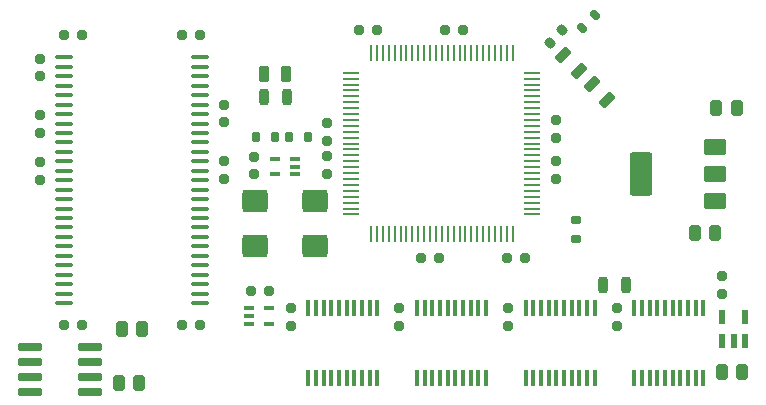
<source format=gtp>
G04 #@! TF.GenerationSoftware,KiCad,Pcbnew,7.0.1-0*
G04 #@! TF.CreationDate,2023-11-03T04:24:25-04:00*
G04 #@! TF.ProjectId,RAM2GS,52414d32-4753-42e6-9b69-6361645f7063,2.1*
G04 #@! TF.SameCoordinates,Original*
G04 #@! TF.FileFunction,Paste,Top*
G04 #@! TF.FilePolarity,Positive*
%FSLAX46Y46*%
G04 Gerber Fmt 4.6, Leading zero omitted, Abs format (unit mm)*
G04 Created by KiCad (PCBNEW 7.0.1-0) date 2023-11-03 04:24:25*
%MOMM*%
%LPD*%
G01*
G04 APERTURE LIST*
G04 Aperture macros list*
%AMRoundRect*
0 Rectangle with rounded corners*
0 $1 Rounding radius*
0 $2 $3 $4 $5 $6 $7 $8 $9 X,Y pos of 4 corners*
0 Add a 4 corners polygon primitive as box body*
4,1,4,$2,$3,$4,$5,$6,$7,$8,$9,$2,$3,0*
0 Add four circle primitives for the rounded corners*
1,1,$1+$1,$2,$3*
1,1,$1+$1,$4,$5*
1,1,$1+$1,$6,$7*
1,1,$1+$1,$8,$9*
0 Add four rect primitives between the rounded corners*
20,1,$1+$1,$2,$3,$4,$5,0*
20,1,$1+$1,$4,$5,$6,$7,0*
20,1,$1+$1,$6,$7,$8,$9,0*
20,1,$1+$1,$8,$9,$2,$3,0*%
G04 Aperture macros list end*
%ADD10RoundRect,0.172500X0.262500X-0.212500X0.262500X0.212500X-0.262500X0.212500X-0.262500X-0.212500X0*%
%ADD11RoundRect,0.172500X-0.212500X-0.262500X0.212500X-0.262500X0.212500X0.262500X-0.212500X0.262500X0*%
%ADD12RoundRect,0.172500X-0.262500X0.212500X-0.262500X-0.212500X0.262500X-0.212500X0.262500X0.212500X0*%
%ADD13RoundRect,0.072500X0.112500X-0.612500X0.112500X0.612500X-0.112500X0.612500X-0.112500X-0.612500X0*%
%ADD14RoundRect,0.237500X0.262500X0.437500X-0.262500X0.437500X-0.262500X-0.437500X0.262500X-0.437500X0*%
%ADD15RoundRect,0.237500X-0.262500X-0.437500X0.262500X-0.437500X0.262500X0.437500X-0.262500X0.437500X0*%
%ADD16RoundRect,0.250000X0.700000X0.450000X-0.700000X0.450000X-0.700000X-0.450000X0.700000X-0.450000X0*%
%ADD17RoundRect,0.250000X0.700000X1.600000X-0.700000X1.600000X-0.700000X-1.600000X0.700000X-1.600000X0*%
%ADD18RoundRect,0.187500X-0.494975X-0.194454X-0.194454X-0.494975X0.494975X0.194454X0.194454X0.494975X0*%
%ADD19RoundRect,0.187500X0.494975X0.194454X0.194454X0.494975X-0.494975X-0.194454X-0.194454X-0.494975X0*%
%ADD20RoundRect,0.060000X-0.400000X-0.100000X0.400000X-0.100000X0.400000X0.100000X-0.400000X0.100000X0*%
%ADD21RoundRect,0.084500X-0.640500X-0.114500X0.640500X-0.114500X0.640500X0.114500X-0.640500X0.114500X0*%
%ADD22RoundRect,0.261900X-0.800000X-0.700000X0.800000X-0.700000X0.800000X0.700000X-0.800000X0.700000X0*%
%ADD23RoundRect,0.060000X0.400000X0.100000X-0.400000X0.100000X-0.400000X-0.100000X0.400000X-0.100000X0*%
%ADD24RoundRect,0.172500X0.212500X0.262500X-0.212500X0.262500X-0.212500X-0.262500X0.212500X-0.262500X0*%
%ADD25RoundRect,0.040000X0.075000X-0.662500X0.075000X0.662500X-0.075000X0.662500X-0.075000X-0.662500X0*%
%ADD26RoundRect,0.040000X0.662500X-0.075000X0.662500X0.075000X-0.662500X0.075000X-0.662500X-0.075000X0*%
%ADD27RoundRect,0.150000X-0.875000X-0.175000X0.875000X-0.175000X0.875000X0.175000X-0.875000X0.175000X0*%
%ADD28RoundRect,0.112500X0.162500X-0.512500X0.162500X0.512500X-0.162500X0.512500X-0.162500X-0.512500X0*%
%ADD29RoundRect,0.187500X0.212500X0.487500X-0.212500X0.487500X-0.212500X-0.487500X0.212500X-0.487500X0*%
%ADD30RoundRect,0.125000X-0.175000X-0.300000X0.175000X-0.300000X0.175000X0.300000X-0.175000X0.300000X0*%
%ADD31RoundRect,0.125000X0.175000X0.300000X-0.175000X0.300000X-0.175000X-0.300000X0.175000X-0.300000X0*%
%ADD32RoundRect,0.205650X0.243750X0.456250X-0.243750X0.456250X-0.243750X-0.456250X0.243750X-0.456250X0*%
%ADD33RoundRect,0.187500X-0.212500X-0.487500X0.212500X-0.487500X0.212500X0.487500X-0.212500X0.487500X0*%
%ADD34RoundRect,0.125000X-0.300000X0.175000X-0.300000X-0.175000X0.300000X-0.175000X0.300000X0.175000X0*%
%ADD35RoundRect,0.125000X0.088388X-0.335876X0.335876X-0.088388X-0.088388X0.335876X-0.335876X0.088388X0*%
%ADD36RoundRect,0.172500X0.035355X-0.335876X0.335876X-0.035355X-0.035355X0.335876X-0.335876X0.035355X0*%
G04 APERTURE END LIST*
D10*
X51350000Y-107650000D03*
X51350000Y-106150000D03*
X51350000Y-102850000D03*
X51350000Y-101350000D03*
D11*
X53400000Y-99350000D03*
X54900000Y-99350000D03*
X63400000Y-123950000D03*
X64900000Y-123950000D03*
X63400000Y-99350000D03*
X64900000Y-99350000D03*
D12*
X66950000Y-110050000D03*
X66950000Y-111550000D03*
X66950000Y-105250000D03*
X66950000Y-106750000D03*
D10*
X51350000Y-111650000D03*
X51350000Y-110150000D03*
D11*
X53400000Y-123950000D03*
X54900000Y-123950000D03*
D12*
X100200000Y-122500000D03*
X100200000Y-124000000D03*
D13*
X92500000Y-128400000D03*
X93150000Y-128400000D03*
X93800000Y-128400000D03*
X94450000Y-128400000D03*
X95100000Y-128400000D03*
X95750000Y-128400000D03*
X96400000Y-128400000D03*
X97050000Y-128400000D03*
X97700000Y-128400000D03*
X98350000Y-128400000D03*
X98350000Y-122500000D03*
X97700000Y-122500000D03*
X97050000Y-122500000D03*
X96400000Y-122500000D03*
X95750000Y-122500000D03*
X95100000Y-122500000D03*
X94450000Y-122500000D03*
X93800000Y-122500000D03*
X93150000Y-122500000D03*
X92500000Y-122500000D03*
D12*
X91000000Y-122500000D03*
X91000000Y-124000000D03*
X81800000Y-122500000D03*
X81800000Y-124000000D03*
D13*
X101700000Y-128400000D03*
X102350000Y-128400000D03*
X103000000Y-128400000D03*
X103650000Y-128400000D03*
X104300000Y-128400000D03*
X104950000Y-128400000D03*
X105600000Y-128400000D03*
X106250000Y-128400000D03*
X106900000Y-128400000D03*
X107550000Y-128400000D03*
X107550000Y-122500000D03*
X106900000Y-122500000D03*
X106250000Y-122500000D03*
X105600000Y-122500000D03*
X104950000Y-122500000D03*
X104300000Y-122500000D03*
X103650000Y-122500000D03*
X103000000Y-122500000D03*
X102350000Y-122500000D03*
X101700000Y-122500000D03*
D12*
X72600000Y-122500000D03*
X72600000Y-124000000D03*
D13*
X83300000Y-128400000D03*
X83950000Y-128400000D03*
X84600000Y-128400000D03*
X85250000Y-128400000D03*
X85900000Y-128400000D03*
X86550000Y-128400000D03*
X87200000Y-128400000D03*
X87850000Y-128400000D03*
X88500000Y-128400000D03*
X89150000Y-128400000D03*
X89150000Y-122500000D03*
X88500000Y-122500000D03*
X87850000Y-122500000D03*
X87200000Y-122500000D03*
X86550000Y-122500000D03*
X85900000Y-122500000D03*
X85250000Y-122500000D03*
X84600000Y-122500000D03*
X83950000Y-122500000D03*
X83300000Y-122500000D03*
D14*
X59778000Y-128778000D03*
X58078000Y-128778000D03*
D15*
X109132000Y-127889000D03*
X110832000Y-127889000D03*
D16*
X108537000Y-113450000D03*
D17*
X102237000Y-111150000D03*
D16*
X108537000Y-111150000D03*
X108537000Y-108850000D03*
D15*
X108650000Y-105550000D03*
X110350000Y-105550000D03*
X106850000Y-116150000D03*
X108550000Y-116150000D03*
D18*
X95628249Y-101028249D03*
X96971751Y-102371751D03*
D19*
X99421751Y-104821751D03*
X98078249Y-103478249D03*
D20*
X69050000Y-122500000D03*
X69050000Y-123150000D03*
X69050000Y-123800000D03*
X70750000Y-123800000D03*
X70750000Y-122500000D03*
D13*
X74100000Y-128400000D03*
X74750000Y-128400000D03*
X75400000Y-128400000D03*
X76050000Y-128400000D03*
X76700000Y-128400000D03*
X77350000Y-128400000D03*
X78000000Y-128400000D03*
X78650000Y-128400000D03*
X79300000Y-128400000D03*
X79950000Y-128400000D03*
X79950000Y-122500000D03*
X79300000Y-122500000D03*
X78650000Y-122500000D03*
X78000000Y-122500000D03*
X77350000Y-122500000D03*
X76700000Y-122500000D03*
X76050000Y-122500000D03*
X75400000Y-122500000D03*
X74750000Y-122500000D03*
X74100000Y-122500000D03*
D21*
X53400000Y-101250000D03*
X53400000Y-102050000D03*
X53400000Y-102850000D03*
X53400000Y-103650000D03*
X53400000Y-104450000D03*
X53400000Y-105250000D03*
X53400000Y-106050000D03*
X53400000Y-106850000D03*
X53400000Y-107650000D03*
X53400000Y-108450000D03*
X53400000Y-109250000D03*
X53400000Y-110050000D03*
X53400000Y-110850000D03*
X53400000Y-111650000D03*
X53400000Y-112450000D03*
X53400000Y-113250000D03*
X53400000Y-114050000D03*
X53400000Y-114850000D03*
X53400000Y-115650000D03*
X53400000Y-116450000D03*
X53400000Y-117250000D03*
X53400000Y-118050000D03*
X53400000Y-118850000D03*
X53400000Y-119650000D03*
X53400000Y-120450000D03*
X53400000Y-121250000D03*
X53400000Y-122050000D03*
X64900000Y-122050000D03*
X64900000Y-121250000D03*
X64900000Y-120450000D03*
X64900000Y-119650000D03*
X64900000Y-118850000D03*
X64900000Y-118050000D03*
X64900000Y-117250000D03*
X64900000Y-116450000D03*
X64900000Y-115650000D03*
X64900000Y-114850000D03*
X64900000Y-114050000D03*
X64900000Y-113250000D03*
X64900000Y-112450000D03*
X64900000Y-111650000D03*
X64900000Y-110850000D03*
X64900000Y-110050000D03*
X64900000Y-109250000D03*
X64900000Y-108450000D03*
X64900000Y-107650000D03*
X64900000Y-106850000D03*
X64900000Y-106050000D03*
X64900000Y-105250000D03*
X64900000Y-104450000D03*
X64900000Y-103650000D03*
X64900000Y-102850000D03*
X64900000Y-102050000D03*
X64900000Y-101250000D03*
D22*
X69560000Y-117205000D03*
X74640000Y-117205000D03*
X74640000Y-113395000D03*
X69560000Y-113395000D03*
D23*
X72950000Y-111150000D03*
X72950000Y-110500000D03*
X72950000Y-109850000D03*
X71250000Y-109850000D03*
X71250000Y-111150000D03*
D10*
X69500000Y-111150000D03*
X69500000Y-109650000D03*
D15*
X58300000Y-124250000D03*
X60000000Y-124250000D03*
D24*
X70750000Y-121050000D03*
X69250000Y-121050000D03*
X79900000Y-98900000D03*
X78400000Y-98900000D03*
X87150000Y-98900000D03*
X85650000Y-98900000D03*
D12*
X95050000Y-106550000D03*
X95050000Y-108050000D03*
X95050000Y-110050000D03*
X95050000Y-111550000D03*
D11*
X83650000Y-118200000D03*
X85150000Y-118200000D03*
D12*
X75700000Y-109600000D03*
X75700000Y-111100000D03*
D11*
X90900000Y-118200000D03*
X92400000Y-118200000D03*
D10*
X75700000Y-108300000D03*
X75700000Y-106800000D03*
D25*
X79400000Y-116212500D03*
X79900000Y-116212500D03*
X80400000Y-116212500D03*
X80900000Y-116212500D03*
X81400000Y-116212500D03*
X81900000Y-116212500D03*
X82400000Y-116212500D03*
X82900000Y-116212500D03*
X83400000Y-116212500D03*
X83900000Y-116212500D03*
X84400000Y-116212500D03*
X84900000Y-116212500D03*
X85400000Y-116212500D03*
X85900000Y-116212500D03*
X86400000Y-116212500D03*
X86900000Y-116212500D03*
X87400000Y-116212500D03*
X87900000Y-116212500D03*
X88400000Y-116212500D03*
X88900000Y-116212500D03*
X89400000Y-116212500D03*
X89900000Y-116212500D03*
X90400000Y-116212500D03*
X90900000Y-116212500D03*
X91400000Y-116212500D03*
D26*
X93062500Y-114550000D03*
X93062500Y-114050000D03*
X93062500Y-113550000D03*
X93062500Y-113050000D03*
X93062500Y-112550000D03*
X93062500Y-112050000D03*
X93062500Y-111550000D03*
X93062500Y-111050000D03*
X93062500Y-110550000D03*
X93062500Y-110050000D03*
X93062500Y-109550000D03*
X93062500Y-109050000D03*
X93062500Y-108550000D03*
X93062500Y-108050000D03*
X93062500Y-107550000D03*
X93062500Y-107050000D03*
X93062500Y-106550000D03*
X93062500Y-106050000D03*
X93062500Y-105550000D03*
X93062500Y-105050000D03*
X93062500Y-104550000D03*
X93062500Y-104050000D03*
X93062500Y-103550000D03*
X93062500Y-103050000D03*
X93062500Y-102550000D03*
D25*
X91400000Y-100887500D03*
X90900000Y-100887500D03*
X90400000Y-100887500D03*
X89900000Y-100887500D03*
X89400000Y-100887500D03*
X88900000Y-100887500D03*
X88400000Y-100887500D03*
X87900000Y-100887500D03*
X87400000Y-100887500D03*
X86900000Y-100887500D03*
X86400000Y-100887500D03*
X85900000Y-100887500D03*
X85400000Y-100887500D03*
X84900000Y-100887500D03*
X84400000Y-100887500D03*
X83900000Y-100887500D03*
X83400000Y-100887500D03*
X82900000Y-100887500D03*
X82400000Y-100887500D03*
X81900000Y-100887500D03*
X81400000Y-100887500D03*
X80900000Y-100887500D03*
X80400000Y-100887500D03*
X79900000Y-100887500D03*
X79400000Y-100887500D03*
D26*
X77737500Y-102550000D03*
X77737500Y-103050000D03*
X77737500Y-103550000D03*
X77737500Y-104050000D03*
X77737500Y-104550000D03*
X77737500Y-105050000D03*
X77737500Y-105550000D03*
X77737500Y-106050000D03*
X77737500Y-106550000D03*
X77737500Y-107050000D03*
X77737500Y-107550000D03*
X77737500Y-108050000D03*
X77737500Y-108550000D03*
X77737500Y-109050000D03*
X77737500Y-109550000D03*
X77737500Y-110050000D03*
X77737500Y-110550000D03*
X77737500Y-111050000D03*
X77737500Y-111550000D03*
X77737500Y-112050000D03*
X77737500Y-112550000D03*
X77737500Y-113050000D03*
X77737500Y-113550000D03*
X77737500Y-114050000D03*
X77737500Y-114550000D03*
D27*
X50559000Y-125730000D03*
X50559000Y-127000000D03*
X50559000Y-128270000D03*
X50559000Y-129540000D03*
X55613000Y-129540000D03*
X55613000Y-128270000D03*
X55613000Y-127000000D03*
X55613000Y-125730000D03*
D28*
X109150000Y-125300000D03*
X110100000Y-125300000D03*
X111050000Y-125300000D03*
X111050000Y-123200000D03*
X109150000Y-123200000D03*
D10*
X109150000Y-121250000D03*
X109150000Y-119750000D03*
D29*
X100950000Y-120500000D03*
X99050000Y-120500000D03*
D30*
X72450000Y-107950000D03*
X74050000Y-107950000D03*
D31*
X71250000Y-107950000D03*
X69650000Y-107950000D03*
D32*
X72237500Y-102650000D03*
X70362500Y-102650000D03*
D33*
X70350000Y-104600000D03*
X72250000Y-104600000D03*
D34*
X96750000Y-115050000D03*
X96750000Y-116650000D03*
D35*
X97234315Y-98765685D03*
X98365685Y-97634315D03*
D36*
X94519670Y-100030330D03*
X95580330Y-98969670D03*
M02*

</source>
